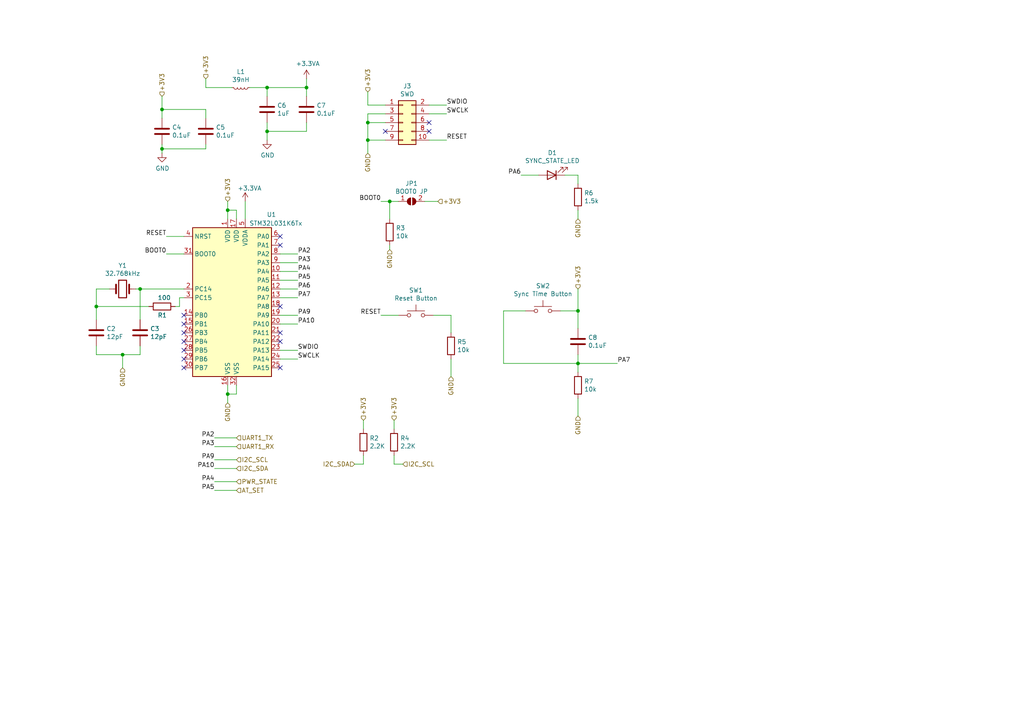
<source format=kicad_sch>
(kicad_sch (version 20211123) (generator eeschema)
  (paper "A4")
  (lib_symbols
    (symbol "Connector_Generic:Conn_02x05_Odd_Even" (pin_names (offset 1.016) hide)
      (property "Reference" "J" (at 1.27 7.62 0))
      (property "Value" "Conn_02x05_Odd_Even" (at 1.27 -7.62 0))
      (symbol "Conn_02x05_Odd_Even_1_1"
        (rectangle (start -1.27 -4.953) (end 0 -5.207) (stroke (width 0.1524)))
        (rectangle (start -1.27 -2.413) (end 0 -2.667) (stroke (width 0.1524)))
        (rectangle (start -1.27 0.127) (end 0 -0.127) (stroke (width 0.1524)))
        (rectangle (start -1.27 2.667) (end 0 2.413) (stroke (width 0.1524)))
        (rectangle (start -1.27 5.207) (end 0 4.953) (stroke (width 0.1524)))
        (rectangle (start -1.27 6.35) (end 3.81 -6.35) (stroke (width 0.254)) (fill (type background)))
        (rectangle (start 3.81 -4.953) (end 2.54 -5.207) (stroke (width 0.1524)))
        (rectangle (start 3.81 -2.413) (end 2.54 -2.667) (stroke (width 0.1524)))
        (rectangle (start 3.81 0.127) (end 2.54 -0.127) (stroke (width 0.1524)))
        (rectangle (start 3.81 2.667) (end 2.54 2.413) (stroke (width 0.1524)))
        (rectangle (start 3.81 5.207) (end 2.54 4.953) (stroke (width 0.1524)))
        (pin passive line (at -5.08 5.08 0) (length 3.81) (name "Pin_1") (number "1"))
        (pin passive line (at 7.62 -5.08 180) (length 3.81) (name "Pin_10") (number "10"))
        (pin passive line (at 7.62 5.08 180) (length 3.81) (name "Pin_2") (number "2"))
        (pin passive line (at -5.08 2.54 0) (length 3.81) (name "Pin_3") (number "3"))
        (pin passive line (at 7.62 2.54 180) (length 3.81) (name "Pin_4") (number "4"))
        (pin passive line (at -5.08 0 0) (length 3.81) (name "Pin_5") (number "5"))
        (pin passive line (at 7.62 0 180) (length 3.81) (name "Pin_6") (number "6"))
        (pin passive line (at -5.08 -2.54 0) (length 3.81) (name "Pin_7") (number "7"))
        (pin passive line (at 7.62 -2.54 180) (length 3.81) (name "Pin_8") (number "8"))
        (pin passive line (at -5.08 -5.08 0) (length 3.81) (name "Pin_9") (number "9"))
      )
    )
    (symbol "Device:C" (pin_numbers hide) (pin_names (offset 0.254))
      (property "Reference" "C" (at 0.635 2.54 0))
      (property "Value" "C" (at 0.635 -2.54 0))
      (symbol "C_0_1"
        (polyline (pts (xy -2.032 -0.762) (xy 2.032 -0.762)) (stroke (width 0.508)))
        (polyline (pts (xy -2.032 0.762) (xy 2.032 0.762)) (stroke (width 0.508)))
      )
      (symbol "C_1_1"
        (pin passive line (at 0 3.81 270) (length 2.794) (name "~") (number "1"))
        (pin passive line (at 0 -3.81 90) (length 2.794) (name "~") (number "2"))
      )
    )
    (symbol "Device:Crystal" (pin_numbers hide) (pin_names (offset 1.016) hide)
      (property "Reference" "Y" (at 0 3.81 0))
      (property "Value" "Crystal" (at 0 -3.81 0))
      (symbol "Crystal_0_1"
        (rectangle (start -1.143 2.54) (end 1.143 -2.54) (stroke (width 0.3048)))
        (polyline (pts (xy -2.54 0) (xy -1.905 0)))
        (polyline (pts (xy -1.905 -1.27) (xy -1.905 1.27)) (stroke (width 0.508)))
        (polyline (pts (xy 1.905 -1.27) (xy 1.905 1.27)) (stroke (width 0.508)))
        (polyline (pts (xy 2.54 0) (xy 1.905 0)))
      )
      (symbol "Crystal_1_1"
        (pin passive line (at -3.81 0 0) (length 1.27) (name "1") (number "1"))
        (pin passive line (at 3.81 0 180) (length 1.27) (name "2") (number "2"))
      )
    )
    (symbol "Device:LED" (pin_numbers hide) (pin_names (offset 1.016) hide)
      (property "Reference" "D" (at 0 2.54 0))
      (property "Value" "LED" (at 0 -2.54 0))
      (symbol "LED_0_1"
        (polyline (pts (xy -1.27 -1.27) (xy -1.27 1.27)) (stroke (width 0.254)))
        (polyline (pts (xy -1.27 0) (xy 1.27 0)))
        (polyline (pts (xy 1.27 -1.27) (xy 1.27 1.27) (xy -1.27 0) (xy 1.27 -1.27)) (stroke (width 0.254)))
        (polyline (pts (xy -3.048 -0.762) (xy -4.572 -2.286) (xy -3.81 -2.286) (xy -4.572 -2.286) (xy -4.572 -1.524)))
        (polyline (pts (xy -1.778 -0.762) (xy -3.302 -2.286) (xy -2.54 -2.286) (xy -3.302 -2.286) (xy -3.302 -1.524)))
      )
      (symbol "LED_1_1"
        (pin passive line (at -3.81 0 0) (length 2.54) (name "K") (number "1"))
        (pin passive line (at 3.81 0 180) (length 2.54) (name "A") (number "2"))
      )
    )
    (symbol "Device:L_Small" (pin_numbers hide) (pin_names (offset 0.254) hide)
      (property "Reference" "L" (at 0.762 1.016 0))
      (property "Value" "L_Small" (at 0.762 -1.016 0))
      (symbol "L_Small_0_1"
        (arc (start 0 -2.032) (mid 0.508 -1.524) (end 0 -1.016))
        (arc (start 0 -1.016) (mid 0.508 -0.508) (end 0 0))
        (arc (start 0 0) (mid 0.508 0.508) (end 0 1.016))
        (arc (start 0 1.016) (mid 0.508 1.524) (end 0 2.032))
      )
      (symbol "L_Small_1_1"
        (pin passive line (at 0 2.54 270) (length 0.508) (name "~") (number "1"))
        (pin passive line (at 0 -2.54 90) (length 0.508) (name "~") (number "2"))
      )
    )
    (symbol "Device:R" (pin_numbers hide) (pin_names (offset 0))
      (property "Reference" "R" (at 2.032 0 90))
      (property "Value" "R" (at 0 0 90))
      (symbol "R_0_1"
        (rectangle (start -1.016 -2.54) (end 1.016 2.54) (stroke (width 0.254)))
      )
      (symbol "R_1_1"
        (pin passive line (at 0 3.81 270) (length 1.27) (name "~") (number "1"))
        (pin passive line (at 0 -3.81 90) (length 1.27) (name "~") (number "2"))
      )
    )
    (symbol "Jumper:SolderJumper_2_Open" (pin_names (offset 0) hide)
      (property "Reference" "JP" (at 0 2.032 0))
      (property "Value" "SolderJumper_2_Open" (at 0 -2.54 0))
      (symbol "SolderJumper_2_Open_0_1"
        (arc (start -0.254 1.016) (mid -1.27 0) (end -0.254 -1.016))
        (arc (start -0.254 1.016) (mid -1.27 0) (end -0.254 -1.016) (fill (type outline)))
        (polyline (pts (xy -0.254 1.016) (xy -0.254 -1.016)))
        (polyline (pts (xy 0.254 1.016) (xy 0.254 -1.016)))
        (arc (start 0.254 -1.016) (mid 1.27 0) (end 0.254 1.016))
        (arc (start 0.254 -1.016) (mid 1.27 0) (end 0.254 1.016) (fill (type outline)))
      )
      (symbol "SolderJumper_2_Open_1_1"
        (pin passive line (at -3.81 0 0) (length 2.54) (name "A") (number "1"))
        (pin passive line (at 3.81 0 180) (length 2.54) (name "B") (number "2"))
      )
    )
    (symbol "MCU_ST_STM32L0:STM32L031K6Tx"
      (property "Reference" "U" (at -12.7 21.59 0))
      (property "Value" "STM32L031K6Tx" (at 5.08 21.59 0))
      (symbol "STM32L031K6Tx_0_1"
        (rectangle (start -12.7 -22.86) (end 10.16 20.32) (stroke (width 0.254)) (fill (type background)))
      )
      (symbol "STM32L031K6Tx_1_1"
        (pin power_in line (at -2.54 22.86 270) (length 2.54) (name "VDD") (number "1"))
        (pin bidirectional line (at 12.7 7.62 180) (length 2.54) (name "PA4") (number "10"))
        (pin bidirectional line (at 12.7 5.08 180) (length 2.54) (name "PA5") (number "11"))
        (pin bidirectional line (at 12.7 2.54 180) (length 2.54) (name "PA6") (number "12"))
        (pin bidirectional line (at 12.7 0 180) (length 2.54) (name "PA7") (number "13"))
        (pin bidirectional line (at -15.24 -5.08 0) (length 2.54) (name "PB0") (number "14"))
        (pin bidirectional line (at -15.24 -7.62 0) (length 2.54) (name "PB1") (number "15"))
        (pin power_in line (at -2.54 -25.4 90) (length 2.54) (name "VSS") (number "16"))
        (pin power_in line (at 0 22.86 270) (length 2.54) (name "VDD") (number "17"))
        (pin bidirectional line (at 12.7 -2.54 180) (length 2.54) (name "PA8") (number "18"))
        (pin bidirectional line (at 12.7 -5.08 180) (length 2.54) (name "PA9") (number "19"))
        (pin bidirectional line (at -15.24 2.54 0) (length 2.54) (name "PC14") (number "2"))
        (pin bidirectional line (at 12.7 -7.62 180) (length 2.54) (name "PA10") (number "20"))
        (pin bidirectional line (at 12.7 -10.16 180) (length 2.54) (name "PA11") (number "21"))
        (pin bidirectional line (at 12.7 -12.7 180) (length 2.54) (name "PA12") (number "22"))
        (pin bidirectional line (at 12.7 -15.24 180) (length 2.54) (name "PA13") (number "23"))
        (pin bidirectional line (at 12.7 -17.78 180) (length 2.54) (name "PA14") (number "24"))
        (pin bidirectional line (at 12.7 -20.32 180) (length 2.54) (name "PA15") (number "25"))
        (pin bidirectional line (at -15.24 -10.16 0) (length 2.54) (name "PB3") (number "26"))
        (pin bidirectional line (at -15.24 -12.7 0) (length 2.54) (name "PB4") (number "27"))
        (pin bidirectional line (at -15.24 -15.24 0) (length 2.54) (name "PB5") (number "28"))
        (pin bidirectional line (at -15.24 -17.78 0) (length 2.54) (name "PB6") (number "29"))
        (pin bidirectional line (at -15.24 0 0) (length 2.54) (name "PC15") (number "3"))
        (pin bidirectional line (at -15.24 -20.32 0) (length 2.54) (name "PB7") (number "30"))
        (pin input line (at -15.24 12.7 0) (length 2.54) (name "BOOT0") (number "31"))
        (pin power_in line (at 0 -25.4 90) (length 2.54) (name "VSS") (number "32"))
        (pin input line (at -15.24 17.78 0) (length 2.54) (name "NRST") (number "4"))
        (pin power_in line (at 2.54 22.86 270) (length 2.54) (name "VDDA") (number "5"))
        (pin bidirectional line (at 12.7 17.78 180) (length 2.54) (name "PA0") (number "6"))
        (pin bidirectional line (at 12.7 15.24 180) (length 2.54) (name "PA1") (number "7"))
        (pin bidirectional line (at 12.7 12.7 180) (length 2.54) (name "PA2") (number "8"))
        (pin bidirectional line (at 12.7 10.16 180) (length 2.54) (name "PA3") (number "9"))
      )
    )
    (symbol "Switch:SW_Push" (pin_numbers hide) (pin_names (offset 1.016) hide)
      (property "Reference" "SW" (at 1.27 2.54 0))
      (property "Value" "SW_Push" (at 0 -1.524 0))
      (symbol "SW_Push_0_1"
        (circle (center -2.032 0) (radius 0.508))
        (polyline (pts (xy 0 1.27) (xy 0 3.048)))
        (polyline (pts (xy 2.54 1.27) (xy -2.54 1.27)))
        (circle (center 2.032 0) (radius 0.508))
        (pin passive line (at -5.08 0 0) (length 2.54) (name "1") (number "1"))
        (pin passive line (at 5.08 0 180) (length 2.54) (name "2") (number "2"))
      )
    )
    (symbol "power:+3.3VA" (power) (pin_names (offset 0))
      (property "Value" "+3.3VA" (at 0 3.556 0))
      (symbol "+3.3VA_0_1"
        (polyline (pts (xy -0.762 1.27) (xy 0 2.54)))
        (polyline (pts (xy 0 0) (xy 0 2.54)))
        (polyline (pts (xy 0 2.54) (xy 0.762 1.27)))
      )
      (symbol "+3.3VA_1_1"
        (pin power_in line (at 0 0 90) (length 0) hide (name "+3.3VA") (number "1"))
      )
    )
    (symbol "power:GND" (power) (pin_names (offset 0))
      (property "Value" "GND" (at 0 -3.81 0))
      (symbol "GND_0_1"
        (polyline (pts (xy 0 0) (xy 0 -1.27) (xy 1.27 -1.27) (xy 0 -2.54) (xy -1.27 -1.27) (xy 0 -1.27)))
      )
      (symbol "GND_1_1"
        (pin power_in line (at 0 0 270) (length 0) hide (name "GND") (number "1"))
      )
    )
  )
  (junction (at 113.03 58.42))
  (junction (at 66.04 60.96))
  (junction (at 106.68 35.56))
  (junction (at 88.9 25.4))
  (junction (at 40.64 83.82))
  (junction (at 35.56 102.87))
  (junction (at 167.64 90.17))
  (junction (at 66.04 114.3))
  (junction (at 46.99 43.18))
  (junction (at 106.68 40.64))
  (junction (at 46.99 31.75))
  (junction (at 77.47 25.4))
  (junction (at 27.94 88.9))
  (junction (at 77.47 38.1))
  (junction (at 167.64 105.41))
  (no_connect (at 53.34 96.52))
  (no_connect (at 81.28 99.06))
  (no_connect (at 53.34 93.98))
  (no_connect (at 81.28 71.12))
  (no_connect (at 53.34 104.14))
  (no_connect (at 81.28 106.68))
  (no_connect (at 124.46 38.1))
  (no_connect (at 53.34 101.6))
  (no_connect (at 81.28 96.52))
  (no_connect (at 53.34 99.06))
  (no_connect (at 53.34 91.44))
  (no_connect (at 81.28 68.58))
  (no_connect (at 53.34 106.68))
  (no_connect (at 111.76 38.1))
  (no_connect (at 81.28 88.9))
  (no_connect (at 124.46 35.56))
  (wire (pts (xy 59.69 25.4) (xy 59.69 22.86)))
  (wire (pts (xy 67.31 25.4) (xy 59.69 25.4)))
  (wire (pts (xy 88.9 25.4) (xy 88.9 22.86)))
  (wire (pts (xy 31.75 83.82) (xy 27.94 83.82)))
  (wire (pts (xy 163.83 50.8) (xy 167.64 50.8)))
  (wire (pts (xy 68.58 114.3) (xy 68.58 111.76)))
  (wire (pts (xy 106.68 44.45) (xy 106.68 40.64)))
  (wire (pts (xy 105.41 132.08) (xy 105.41 134.62)))
  (wire (pts (xy 88.9 27.94) (xy 88.9 25.4)))
  (wire (pts (xy 110.49 58.42) (xy 113.03 58.42)))
  (wire (pts (xy 162.56 90.17) (xy 167.64 90.17)))
  (wire (pts (xy 52.07 88.9) (xy 52.07 86.36)))
  (wire (pts (xy 81.28 81.28) (xy 86.36 81.28)))
  (wire (pts (xy 40.64 83.82) (xy 39.37 83.82)))
  (wire (pts (xy 27.94 100.33) (xy 27.94 102.87)))
  (wire (pts (xy 88.9 38.1) (xy 88.9 35.56)))
  (wire (pts (xy 50.8 88.9) (xy 52.07 88.9)))
  (wire (pts (xy 46.99 31.75) (xy 46.99 27.94)))
  (wire (pts (xy 66.04 60.96) (xy 66.04 63.5)))
  (wire (pts (xy 105.41 124.46) (xy 105.41 121.92)))
  (wire (pts (xy 35.56 102.87) (xy 40.64 102.87)))
  (wire (pts (xy 81.28 93.98) (xy 86.36 93.98)))
  (wire (pts (xy 114.3 132.08) (xy 114.3 134.62)))
  (wire (pts (xy 59.69 41.91) (xy 59.69 43.18)))
  (wire (pts (xy 130.81 96.52) (xy 130.81 91.44)))
  (wire (pts (xy 113.03 58.42) (xy 115.57 58.42)))
  (wire (pts (xy 106.68 26.67) (xy 106.68 30.48)))
  (wire (pts (xy 27.94 102.87) (xy 35.56 102.87)))
  (wire (pts (xy 40.64 92.71) (xy 40.64 83.82)))
  (wire (pts (xy 40.64 102.87) (xy 40.64 100.33)))
  (wire (pts (xy 81.28 76.2) (xy 86.36 76.2)))
  (wire (pts (xy 146.05 105.41) (xy 167.64 105.41)))
  (wire (pts (xy 27.94 88.9) (xy 43.18 88.9)))
  (wire (pts (xy 167.64 105.41) (xy 179.07 105.41)))
  (wire (pts (xy 62.23 129.54) (xy 68.58 129.54)))
  (wire (pts (xy 167.64 107.95) (xy 167.64 105.41)))
  (wire (pts (xy 68.58 133.35) (xy 62.23 133.35)))
  (wire (pts (xy 114.3 134.62) (xy 116.84 134.62)))
  (wire (pts (xy 81.28 86.36) (xy 86.36 86.36)))
  (wire (pts (xy 48.26 68.58) (xy 53.34 68.58)))
  (wire (pts (xy 66.04 111.76) (xy 66.04 114.3)))
  (wire (pts (xy 46.99 34.29) (xy 46.99 31.75)))
  (wire (pts (xy 77.47 38.1) (xy 77.47 40.64)))
  (wire (pts (xy 27.94 92.71) (xy 27.94 88.9)))
  (wire (pts (xy 77.47 27.94) (xy 77.47 25.4)))
  (wire (pts (xy 81.28 101.6) (xy 86.36 101.6)))
  (wire (pts (xy 81.28 83.82) (xy 86.36 83.82)))
  (wire (pts (xy 110.49 91.44) (xy 115.57 91.44)))
  (wire (pts (xy 46.99 43.18) (xy 46.99 44.45)))
  (wire (pts (xy 167.64 90.17) (xy 167.64 95.25)))
  (wire (pts (xy 62.23 127) (xy 68.58 127)))
  (wire (pts (xy 124.46 33.02) (xy 129.54 33.02)))
  (wire (pts (xy 46.99 43.18) (xy 46.99 41.91)))
  (wire (pts (xy 77.47 25.4) (xy 88.9 25.4)))
  (wire (pts (xy 106.68 35.56) (xy 106.68 40.64)))
  (wire (pts (xy 146.05 90.17) (xy 146.05 105.41)))
  (wire (pts (xy 106.68 40.64) (xy 111.76 40.64)))
  (wire (pts (xy 125.73 91.44) (xy 130.81 91.44)))
  (wire (pts (xy 66.04 114.3) (xy 66.04 116.84)))
  (wire (pts (xy 62.23 139.7) (xy 68.58 139.7)))
  (wire (pts (xy 86.36 73.66) (xy 81.28 73.66)))
  (wire (pts (xy 77.47 38.1) (xy 88.9 38.1)))
  (wire (pts (xy 111.76 35.56) (xy 106.68 35.56)))
  (wire (pts (xy 167.64 50.8) (xy 167.64 53.34)))
  (wire (pts (xy 59.69 43.18) (xy 46.99 43.18)))
  (wire (pts (xy 27.94 83.82) (xy 27.94 88.9)))
  (wire (pts (xy 167.64 90.17) (xy 167.64 83.82)))
  (wire (pts (xy 68.58 60.96) (xy 68.58 63.5)))
  (wire (pts (xy 68.58 142.24) (xy 62.23 142.24)))
  (wire (pts (xy 113.03 63.5) (xy 113.03 58.42)))
  (wire (pts (xy 111.76 33.02) (xy 106.68 33.02)))
  (wire (pts (xy 86.36 91.44) (xy 81.28 91.44)))
  (wire (pts (xy 114.3 124.46) (xy 114.3 121.92)))
  (wire (pts (xy 124.46 30.48) (xy 129.54 30.48)))
  (wire (pts (xy 35.56 106.68) (xy 35.56 102.87)))
  (wire (pts (xy 62.23 135.89) (xy 68.58 135.89)))
  (wire (pts (xy 113.03 72.39) (xy 113.03 71.12)))
  (wire (pts (xy 66.04 60.96) (xy 66.04 58.42)))
  (wire (pts (xy 130.81 109.22) (xy 130.81 104.14)))
  (wire (pts (xy 66.04 60.96) (xy 68.58 60.96)))
  (wire (pts (xy 167.64 120.65) (xy 167.64 115.57)))
  (wire (pts (xy 152.4 90.17) (xy 146.05 90.17)))
  (wire (pts (xy 72.39 25.4) (xy 77.47 25.4)))
  (wire (pts (xy 106.68 33.02) (xy 106.68 35.56)))
  (wire (pts (xy 106.68 30.48) (xy 111.76 30.48)))
  (wire (pts (xy 46.99 31.75) (xy 59.69 31.75)))
  (wire (pts (xy 167.64 105.41) (xy 167.64 102.87)))
  (wire (pts (xy 123.19 58.42) (xy 127 58.42)))
  (wire (pts (xy 59.69 34.29) (xy 59.69 31.75)))
  (wire (pts (xy 52.07 86.36) (xy 53.34 86.36)))
  (wire (pts (xy 156.21 50.8) (xy 151.13 50.8)))
  (wire (pts (xy 77.47 35.56) (xy 77.47 38.1)))
  (wire (pts (xy 86.36 78.74) (xy 81.28 78.74)))
  (wire (pts (xy 48.26 73.66) (xy 53.34 73.66)))
  (wire (pts (xy 167.64 63.5) (xy 167.64 60.96)))
  (wire (pts (xy 81.28 104.14) (xy 86.36 104.14)))
  (wire (pts (xy 53.34 83.82) (xy 40.64 83.82)))
  (wire (pts (xy 105.41 134.62) (xy 102.87 134.62)))
  (wire (pts (xy 66.04 114.3) (xy 68.58 114.3)))
  (wire (pts (xy 71.12 63.5) (xy 71.12 58.42)))
  (wire (pts (xy 129.54 40.64) (xy 124.46 40.64)))
  (label "RESET" (at 129.54 40.64 0))
  (label "PA4" (at 62.23 139.7 180))
  (label "PA4" (at 86.36 78.74 0))
  (label "RESET" (at 110.49 91.44 180))
  (label "BOOT0" (at 48.26 73.66 180))
  (label "RESET" (at 48.26 68.58 180))
  (label "PA6" (at 151.13 50.8 180))
  (label "PA10" (at 62.23 135.89 180))
  (label "SWDIO" (at 129.54 30.48 0))
  (label "SWCLK" (at 129.54 33.02 0))
  (label "PA2" (at 86.36 73.66 0))
  (label "PA5" (at 62.23 142.24 180))
  (label "PA7" (at 179.07 105.41 0))
  (label "SWDIO" (at 86.36 101.6 0))
  (label "PA9" (at 62.23 133.35 180))
  (label "BOOT0" (at 110.49 58.42 180))
  (label "PA7" (at 86.36 86.36 0))
  (label "PA5" (at 86.36 81.28 0))
  (label "PA6" (at 86.36 83.82 0))
  (label "PA10" (at 86.36 93.98 0))
  (label "PA9" (at 86.36 91.44 0))
  (label "PA3" (at 62.23 129.54 180))
  (label "PA3" (at 86.36 76.2 0))
  (label "SWCLK" (at 86.36 104.14 0))
  (label "PA2" (at 62.23 127 180))
  (hierarchical_label "+3V3" (shape input) (at 105.41 121.92 90))
  (hierarchical_label "GND" (shape input) (at 106.68 44.45 270))
  (hierarchical_label "+3V3" (shape input) (at 66.04 58.42 90))
  (hierarchical_label "PWR_STATE" (shape input) (at 68.58 139.7 0))
  (hierarchical_label "+3V3" (shape input) (at 106.68 26.67 90))
  (hierarchical_label "+3V3" (shape input) (at 167.64 83.82 90))
  (hierarchical_label "+3V3" (shape input) (at 114.3 121.92 90))
  (hierarchical_label "I2C_SCL" (shape input) (at 68.58 133.35 0))
  (hierarchical_label "UART1_RX" (shape input) (at 68.58 129.54 0))
  (hierarchical_label "GND" (shape input) (at 35.56 106.68 270))
  (hierarchical_label "+3V3" (shape input) (at 127 58.42 0))
  (hierarchical_label "+3V3" (shape input) (at 46.99 27.94 90))
  (hierarchical_label "GND" (shape input) (at 130.81 109.22 270))
  (hierarchical_label "GND" (shape input) (at 167.64 63.5 270))
  (hierarchical_label "AT_SET" (shape input) (at 68.58 142.24 0))
  (hierarchical_label "I2C_SDA" (shape input) (at 68.58 135.89 0))
  (hierarchical_label "+3V3" (shape input) (at 59.69 22.86 90))
  (hierarchical_label "GND" (shape input) (at 167.64 120.65 270))
  (hierarchical_label "UART1_TX" (shape input) (at 68.58 127 0))
  (hierarchical_label "I2C_SDA" (shape input) (at 102.87 134.62 180))
  (hierarchical_label "I2C_SCL" (shape input) (at 116.84 134.62 0))
  (hierarchical_label "GND" (shape input) (at 113.03 72.39 270))
  (hierarchical_label "GND" (shape input) (at 66.04 116.84 270))
  (symbol (lib_id "power:+3.3VA") (at 71.12 58.42 0) (unit 1)
    (property "Reference" "#PWR012" (effects hide))
    (property "Value" "+3.3VA" (at 72.39 54.61 0))
  )
  (symbol (lib_id "power:+3.3VA") (at 88.9 22.86 0) (unit 1)
    (property "Reference" "#PWR014" (effects hide))
    (property "Value" "+3.3VA" (at 89.281 18.4658 0))
  )
  (symbol (lib_id "Device:C") (at 77.47 31.75 0) (unit 1)
    (property "Reference" "C6" (at 80.391 30.5816 0) (effects (justify left)))
    (property "Value" "1uF" (at 80.391 32.893 0) (effects (justify left)))
    (property "Footprint" "Capacitor_SMD:C_0805_2012Metric" (effects hide))
  )
  (symbol (lib_id "Device:C") (at 88.9 31.75 0) (unit 1)
    (property "Reference" "C7" (at 91.821 30.5816 0) (effects (justify left)))
    (property "Value" "0.1uF" (at 91.821 32.893 0) (effects (justify left)))
    (property "Footprint" "Capacitor_SMD:C_0805_2012Metric" (effects hide))
  )
  (symbol (lib_id "power:GND") (at 77.47 40.64 0) (unit 1)
    (property "Reference" "#PWR013" (effects hide))
    (property "Value" "GND" (at 77.597 45.0342 0))
  )
  (symbol (lib_id "Device:L_Small") (at 69.85 25.4 270) (unit 1)
    (property "Reference" "L1" (at 69.85 20.8026 90))
    (property "Value" "39nH" (at 69.85 23.114 90))
    (property "Footprint" "Inductor_SMD:L_0805_2012Metric_Pad1.15x1.40mm_HandSolder" (effects hide))
  )
  (symbol (lib_id "Connector_Generic:Conn_02x05_Odd_Even") (at 116.84 35.56 0) (unit 1)
    (property "Reference" "J3" (at 118.11 24.9682 0))
    (property "Value" "SWD" (at 118.11 27.2796 0))
    (property "Footprint" "Connector_PinHeader_2.54mm:PinHeader_2x05_P2.54mm_Vertical" (effects hide))
  )
  (symbol (lib_id "Device:R") (at 113.03 67.31 0) (unit 1)
    (property "Reference" "R3" (at 114.808 66.1416 0) (effects (justify left)))
    (property "Value" "10k" (at 114.808 68.453 0) (effects (justify left)))
    (property "Footprint" "Resistor_SMD:R_1206_3216Metric" (effects hide))
  )
  (symbol (lib_id "Device:R") (at 130.81 100.33 0) (unit 1)
    (property "Reference" "R5" (at 132.588 99.1616 0) (effects (justify left)))
    (property "Value" "10k" (at 132.588 101.473 0) (effects (justify left)))
    (property "Footprint" "Resistor_SMD:R_1206_3216Metric" (effects hide))
  )
  (symbol (lib_id "MCU_ST_STM32L0:STM32L031K6Tx") (at 68.58 86.36 0) (unit 1)
    (property "Reference" "U1" (at 78.74 62.23 0))
    (property "Value" "STM32L031K6Tx" (at 80.01 64.77 0))
    (property "Footprint" "Package_QFP:LQFP-32_7x7mm_P0.8mm" (effects hide))
    (property "Datasheet" "http://www.st.com/st-web-ui/static/active/en/resource/technical/document/datasheet/DM00140359.pdf" (effects hide))
  )
  (symbol (lib_id "Switch:SW_Push") (at 120.65 91.44 0) (unit 1)
    (property "Reference" "SW1" (at 120.65 84.201 0))
    (property "Value" "Reset Button" (at 120.65 86.5124 0))
    (property "Footprint" "Button_Switch_SMD:SW_SPST_TL3342" (effects hide))
  )
  (symbol (lib_id "Device:C") (at 46.99 38.1 0) (unit 1)
    (property "Reference" "C4" (at 49.911 36.9316 0) (effects (justify left)))
    (property "Value" "0.1uF" (at 49.911 39.243 0) (effects (justify left)))
    (property "Footprint" "Capacitor_SMD:C_0805_2012Metric" (effects hide))
  )
  (symbol (lib_id "Device:C") (at 59.69 38.1 0) (unit 1)
    (property "Reference" "C5" (at 62.611 36.9316 0) (effects (justify left)))
    (property "Value" "0.1uF" (at 62.611 39.243 0) (effects (justify left)))
    (property "Footprint" "Capacitor_SMD:C_0805_2012Metric" (effects hide))
  )
  (symbol (lib_id "power:GND") (at 46.99 44.45 0) (unit 1)
    (property "Reference" "#PWR011" (effects hide))
    (property "Value" "GND" (at 47.117 48.8442 0))
  )
  (symbol (lib_id "Jumper:SolderJumper_2_Open") (at 119.38 58.42 0) (unit 1)
    (property "Reference" "JP1" (at 119.38 53.213 0))
    (property "Value" "BOOT0 JP" (at 119.38 55.5244 0))
    (property "Footprint" "Jumper:SolderJumper-2_P1.3mm_Open_RoundedPad1.0x1.5mm" (effects hide))
  )
  (symbol (lib_id "Switch:SW_Push") (at 157.48 90.17 0) (unit 1)
    (property "Reference" "SW2" (at 157.48 82.931 0))
    (property "Value" "Sync Time Button" (at 157.48 85.2424 0))
    (property "Footprint" "Button_Switch_SMD:SW_SPST_TL3342" (effects hide))
  )
  (symbol (lib_id "Device:R") (at 167.64 111.76 0) (unit 1)
    (property "Reference" "R7" (at 169.418 110.5916 0) (effects (justify left)))
    (property "Value" "10k" (at 169.418 112.903 0) (effects (justify left)))
    (property "Footprint" "Resistor_SMD:R_1206_3216Metric" (effects hide))
  )
  (symbol (lib_id "Device:C") (at 167.64 99.06 0) (unit 1)
    (property "Reference" "C8" (at 170.561 97.8916 0) (effects (justify left)))
    (property "Value" "0.1uF" (at 170.561 100.203 0) (effects (justify left)))
    (property "Footprint" "Capacitor_SMD:C_0805_2012Metric" (effects hide))
  )
  (symbol (lib_id "Device:R") (at 105.41 128.27 0) (unit 1)
    (property "Reference" "R2" (at 107.188 127.1016 0) (effects (justify left)))
    (property "Value" "2.2K" (at 107.188 129.413 0) (effects (justify left)))
    (property "Footprint" "Resistor_SMD:R_1206_3216Metric" (effects hide))
  )
  (symbol (lib_id "Device:R") (at 114.3 128.27 0) (unit 1)
    (property "Reference" "R4" (at 116.078 127.1016 0) (effects (justify left)))
    (property "Value" "2.2K" (at 116.078 129.413 0) (effects (justify left)))
    (property "Footprint" "Resistor_SMD:R_1206_3216Metric" (effects hide))
  )
  (symbol (lib_id "Device:LED") (at 160.02 50.8 180) (unit 1)
    (property "Reference" "D1" (at 160.1978 44.323 0))
    (property "Value" "SYNC_STATE_LED" (at 160.1978 46.6344 0))
    (property "Footprint" "LED_SMD:LED_0603_1608Metric" (effects hide))
  )
  (symbol (lib_id "Device:R") (at 167.64 57.15 0) (unit 1)
    (property "Reference" "R6" (at 169.418 55.9816 0) (effects (justify left)))
    (property "Value" "1.5k" (at 169.418 58.293 0) (effects (justify left)))
    (property "Footprint" "Resistor_SMD:R_1206_3216Metric" (effects hide))
  )
  (symbol (lib_id "Device:Crystal") (at 35.56 83.82 0) (unit 1)
    (property "Reference" "Y1" (at 35.56 77.0128 0))
    (property "Value" "32.768kHz" (at 35.56 79.3242 0))
    (property "Footprint" "Crystal:Crystal_Round_D1.5mm_Vertical" (effects hide))
  )
  (symbol (lib_id "Device:C") (at 40.64 96.52 0) (unit 1)
    (property "Reference" "C3" (at 43.561 95.3516 0) (effects (justify left)))
    (property "Value" "12pF" (at 43.561 97.663 0) (effects (justify left)))
    (property "Footprint" "Capacitor_SMD:C_0805_2012Metric" (effects hide))
  )
  (symbol (lib_id "Device:C") (at 27.94 96.52 0) (unit 1)
    (property "Reference" "C2" (at 30.861 95.3516 0) (effects (justify left)))
    (property "Value" "12pF" (at 30.861 97.663 0) (effects (justify left)))
    (property "Footprint" "Capacitor_SMD:C_0805_2012Metric" (effects hide))
  )
  (symbol (lib_id "Device:R") (at 46.99 88.9 270) (unit 1)
    (property "Reference" "R1" (at 45.72 91.44 90) (effects (justify left)))
    (property "Value" "100" (at 45.72 86.36 90) (effects (justify left)))
    (property "Footprint" "Resistor_SMD:R_1206_3216Metric" (effects hide))
  )
)
</source>
